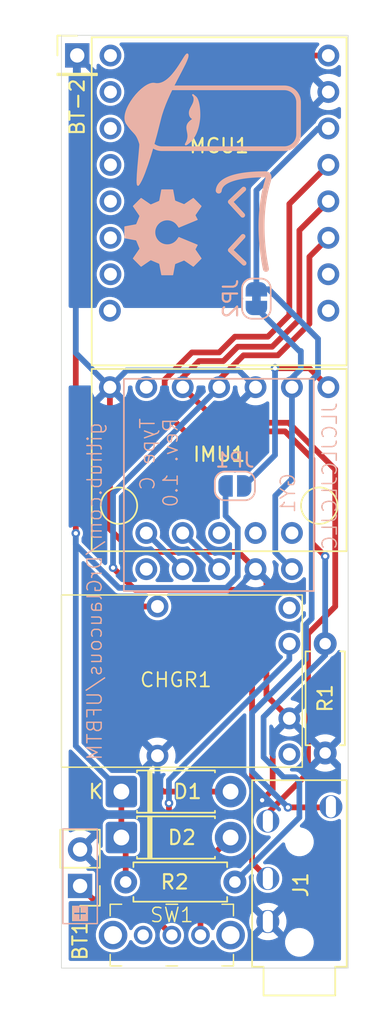
<source format=kicad_pcb>
(kicad_pcb (version 20241229) (generator "pcbnew") (generator_version "9.0")
  (layers (0 "F.Cu" signal) (2 "B.Cu" signal) (13 "F.Paste" user) (15 "B.Paste" user) (5 "F.SilkS" user "F.Silkscreen") (7 "B.SilkS" user "B.Silkscreen") (1 "F.Mask" user) (3 "B.Mask" user) (25 "Edge.Cuts" user))
  (net 0 "")
  (net 1 "SDA_1")
  (net 2 "ESP32_3V3")
  (net 3 "SCL_1")
  (net 4 "GND")
  (net 5 "+BATT")
  (net 6 "Net-(CHGR1-5_VIN)")
  (net 9 "ESP32_5V5")
  (net 10 "Net-(D2-A)")
  (net 11 "Net-(GY1-VIN)")
  (net 12 "Net-(GY1-SCL)")
  (net 13 "Net-(GY1-SDA)")
  (net 19 "Net-(IMU1-VIN)")
  (net 26 "BATTERY_READER")
  (footprint "Connector_PinHeader_2.54mm:PinHeader_1x01_P2.54mm_Vertical" (layer "F.Cu") (at 92.6 48.5)
    (property "Reference" "BT-2")
    (property "Value" "Battery anode")
  )
  (footprint "My_Library:SK12D07VG4" (layer "F.Cu") (at 99.2 109.8)
    (property "Reference" "SW1")
    (property "Value" "SW_SPDT")
  )
  (footprint "My_Library:GY-BMI160" (layer "F.Cu") (at 102.5 76.7 -90)
    (property "Reference" "IMU1")
    (property "Value" "~")
  )
  (footprint "My_Library:PJ-320A" (layer "F.Cu") (at 105.9 114.005 90)
    (property "Reference" "J1")
    (property "Value" "TRRS Connector 3.5")
  )
  (footprint "Diode_THT:D_DO-41_SOD81_P7.62mm_Horizontal" (layer "F.Cu") (at 95.68 103)
    (property "Reference" "D2")
    (property "Value" "D_1N5817")
  )
  (footprint "Resistor_THT:R_Axial_DIN0207_L6.3mm_D2.5mm_P7.62mm_Horizontal" (layer "F.Cu") (at 103.6 106.1 180)
    (property "Reference" "R2")
    (property "Value" "200K")
  )
  (footprint "My_Library:LX_LBES" (layer "F.Cu") (at 108.3 86.1)
    (property "Reference" "CHGR1" (hide yes))
    (property "Value" "~" (hide yes))
  )
  (footprint "Connector_PinHeader_2.54mm:PinHeader_1x02_P2.54mm_Vertical" (layer "F.Cu") (at 92.8 106.375 180)
    (property "Reference" "BT1")
    (property "Value" "Battery")
  )
  (footprint "Diode_THT:D_DO-41_SOD81_P7.62mm_Horizontal" (layer "F.Cu") (at 95.68 99.8)
    (property "Reference" "D1")
    (property "Value" "D_1N5817 / 4.8v Zener?")
  )
  (footprint "Resistor_THT:R_Axial_DIN0207_L6.3mm_D2.5mm_P7.62mm_Horizontal" (layer "F.Cu") (at 109.9 97.11 90)
    (property "Reference" "R1")
    (property "Value" "200K")
  )
  (footprint "Espressif:ESP32-C3-SuperMini_PLUS" (layer "F.Cu") (at 102.5 58.67)
    (property "Reference" "MCU1")
    (property "Value" "~")
  )
  (footprint "My_Library:GY-271" (layer "B.Cu") (at 102.5 79.3 90)
    (property "Reference" "GY1")
    (property "Value" "~")
  )
  (footprint "Jumper:SolderJumper-2_P1.3mm_Bridged_RoundedPad1.0x1.5mm" (layer "B.Cu") (at 105.1 65.45 -90)
    (property "Reference" "JP2")
    (property "Value" "3v3 in")
  )
  (footprint "Jumper:SolderJumper-2_P1.3mm_Open_RoundedPad1.0x1.5mm" (layer "B.Cu") (at 103.6 78.5 180)
    (property "Reference" "JP1")
    (property "Value" "5v in")
  )
  (gr_line (start 103.283592 58.703453) (end 104.217749 57.818462) (stroke (width 0.334821)) (layer "B.SilkS"))
  (gr_curve (pts (xy 105.692733 56.786046) (xy 105.422933 56.792044) (xy 102.59379 56.739117) (xy 102.47235 57.916867)) (stroke (width 0.417912)) (layer "B.SilkS"))
  (gr_poly (pts (xy 95.886472 60.4492) (xy 95.886599 60.447501) (xy 95.886807 60.44581) (xy 95.887095 60.44413) (xy 95.887461 60.442464) (xy 95.887903 60.440813) (xy 95.888418 60.43918) (xy 95.889004 60.437568) (xy 95.88966 60.435979) (xy 95.890383 60.434417) (xy 95.892023 60.43138) (xy 95.893906 60.428476) (xy 95.896017 60.425728) (xy 95.898339 60.423153) (xy 95.900854 60.420774) (xy 95.903547 60.41861) (xy 95.904955 60.417616) (xy 95.9064 60.416682) (xy 95.907882 60.415813) (xy 95.909398 60.41501) (xy 95.910945 60.414276) (xy 95.912522 60.413614) (xy 95.914127 60.413025) (xy 95.915758 60.412514) (xy 95.917411 60.412081) (xy 95.919087 60.411731) (xy 96.679193 60.270241) (xy 96.682563 60.269456) (xy 96.685946 60.268373) (xy 96.68932 60.267013) (xy 96.692662 60.265393) (xy 96.69595 60.263533) (xy 96.699162 60.261453) (xy 96.702275 60.259171) (xy 96.705268 60.256706) (xy 96.708117 60.254078) (xy 96.710801 60.251306) (xy 96.713298 60.248409) (xy 96.715584 60.245406) (xy 96.717639 60.242316) (xy 96.719439 60.239158) (xy 96.720962 60.235951) (xy 96.722186 60.232716) (xy 96.930713 59.723381) (xy 96.932114 59.720215) (xy 96.933283 59.716858) (xy 96.934223 59.713341) (xy 96.934936 59.709692) (xy 96.935424 59.70594) (xy 96.93569 59.702116) (xy 96.935736 59.698248) (xy 96.935563 59.694366) (xy 96.935174 59.690498) (xy 96.934572 59.686675) (xy 96.933758 59.682926) (xy 96.932734 59.679279) (xy 96.931504 59.675765) (xy 96.930068 59.672411) (xy 96.928429 59.669249) (xy 96.92659 59.666306) (xy 96.490814 59.031436) (xy 96.489881 59.030009) (xy 96.489021 59.028539) (xy 96.488233 59.02703) (xy 96.487517 59.025484) (xy 96.486873 59.023906) (xy 96.486301 59.022297) (xy 96.485368 59.019004) (xy 96.484718 59.015631) (xy 96.484348 59.012205) (xy 96.484255 59.00875) (xy 96.484438 59.005295) (xy 96.484893 59.001864) (xy 96.485619 58.998483) (xy 96.486614 58.99518) (xy 96.487875 58.991979) (xy 96.489399 58.988907) (xy 96.49026 58.987428) (xy 96.491185 58.985991) (xy 96.492175 58.984599) (xy 96.49323 58.983255) (xy 96.494349 58.981964) (xy 96.495532 58.980728) (xy 97.030333 58.446001) (xy 97.031576 58.444826) (xy 97.032874 58.443714) (xy 97.034223 58.442666) (xy 97.035621 58.441682) (xy 97.037063 58.440763) (xy 97.038548 58.439909) (xy 97.04007 58.43912) (xy 97.041628 58.438397) (xy 97.043218 58.437739) (xy 97.044836 58.437147) (xy 97.048146 58.436162) (xy 97.051531 58.435443) (xy 97.054966 58.434992) (xy 97.058425 58.434812) (xy 97.061882 58.434905) (xy 97.06531 58.435271) (xy 97.068684 58.435914) (xy 97.070343 58.43634) (xy 97.071978 58.436836) (xy 97.073586 58.437402) (xy 97.075165 58.438038) (xy 97.076711 58.438745) (xy 97.07822 58.439522) (xy 97.07969 58.440371) (xy 97.081117 58.441291) (xy 97.705275 58.869349) (xy 97.708228 58.871198) (xy 97.711395 58.872837) (xy 97.714747 58.874266) (xy 97.718256 58.875483) (xy 97.721892 58.876486) (xy 97.725627 58.877274) (xy 97.729432 58.877845) (xy 97.733279 58.878197) (xy 97.73714 58.878329) (xy 97.740984 58.878239) (xy 97.744785 58.877925) (xy 97.748513 58.877386) (xy 97.75214 58.876619) (xy 97.755637 58.875625) (xy 97.758974 58.8744) (xy 97.762125 58.872943) (xy 98.287638 58.647711) (xy 98.289251 58.647103) (xy 98.29086 58.646418) (xy 98.294055 58.644831) (xy 98.297202 58.642973) (xy 98.300282 58.640865) (xy 98.303276 58.638531) (xy 98.306165 58.635992) (xy 98.30893 58.63327) (xy 98.31155 58.630387) (xy 98.314007 58.627366) (xy 98.316282 58.624228) (xy 98.318354 58.620996) (xy 98.320206 58.617691) (xy 98.321817 58.614336) (xy 98.323168 58.610954) (xy 98.32374 58.609259) (xy 98.32424 58.607565) (xy 98.324666 58.605876) (xy 98.325014 58.604193) (xy 98.46171 57.869479) (xy 98.461636 57.869556) (xy 98.461994 57.867887) (xy 98.462433 57.86624) (xy 98.46295 57.864615) (xy 98.463543 57.863016) (xy 98.464209 57.861444) (xy 98.464947 57.859901) (xy 98.465753 57.858391) (xy 98.466625 57.856913) (xy 98.46756 57.855472) (xy 98.468557 57.854068) (xy 98.469612 57.852704) (xy 98.470724 57.851383) (xy 98.471889 57.850106) (xy 98.473106 57.848875) (xy 98.474371 57.847692) (xy 98.475683 57.84656) (xy 98.477038 57.845481) (xy 98.478435 57.844456) (xy 98.479871 57.843489) (xy 98.481343 57.84258) (xy 98.48285 57.841733) (xy 98.484388 57.840948) (xy 98.485955 57.840229) (xy 98.487548 57.839578) (xy 98.489166 57.838996) (xy 98.490805 57.838486) (xy 98.492464 57.838049) (xy 98.49414 57.837689) (xy 98.495829 57.837406) (xy 98.497531 57.837204) (xy 98.499242 57.837083) (xy 98.500959 57.837048) (xy 99.25732 57.837123) (xy 99.259025 57.837166) (xy 99.260725 57.837293) (xy 99.262417 57.837501) (xy 99.2641 57.837789) (xy 99.26577 57.838155) (xy 99.267425 57.838596) (xy 99.269062 57.839111) (xy 99.270678 57.839697) (xy 99.27384 57.841075) (xy 99.276888 57.842713) (xy 99.279802 57.844594) (xy 99.282562 57.846702) (xy 99.285146 57.849019) (xy 99.287534 57.85153) (xy 99.289704 57.854217) (xy 99.290701 57.855621) (xy 99.291636 57.857063) (xy 99.292507 57.85854) (xy 99.29331 57.860052) (xy 99.294043 57.861594) (xy 99.294703 57.863166) (xy 99.295289 57.864765) (xy 99.295796 57.866389) (xy 99.296223 57.868037) (xy 99.296568 57.869705) (xy 99.429969 58.586368) (xy 99.430318 58.588056) (xy 99.430744 58.589748) (xy 99.431821 58.59313) (xy 99.433181 58.596495) (xy 99.434803 58.59982) (xy 99.436668 58.603085) (xy 99.438756 58.606268) (xy 99.441049 58.609347) (xy 99.443526 58.612303) (xy 99.446169 58.615112) (xy 99.448956 58.617755) (xy 99.45187 58.62021) (xy 99.45489 58.622454) (xy 99.457997 58.624468) (xy 99.461172 58.62623) (xy 99.464394 58.627719) (xy 99.467644 58.628913) (xy 100.026714 58.852645) (xy 100.029892 58.854019) (xy 100.033258 58.855165) (xy 100.036782 58.856085) (xy 100.040434 58.856782) (xy 100.044187 58.857256) (xy 100.048011 58.857511) (xy 100.051878 58.857548) (xy 100.055757 58.857371) (xy 100.05962 58.856979) (xy 100.063439 58.856377) (xy 100.067184 58.855566) (xy 100.070827 58.854547) (xy 100.074337 58.853324) (xy 100.077687 58.851899) (xy 100.080847 58.850272) (xy 100.083789 58.848447) (xy 100.677088 58.441353) (xy 100.678522 58.44042) (xy 100.679998 58.43956) (xy 100.681513 58.438772) (xy 100.683064 58.438056) (xy 100.684648 58.437412) (xy 100.686262 58.43684) (xy 100.689564 58.435907) (xy 100.692945 58.435257) (xy 100.696379 58.434887) (xy 100.699841 58.434794) (xy 100.703304 58.434976) (xy 100.706742 58.435432) (xy 100.71013 58.436158) (xy 100.713441 58.437152) (xy 100.71665 58.438412) (xy 100.719731 58.439935) (xy 100.721216 58.440795) (xy 100.722658 58.44172) (xy 100.724056 58.44271) (xy 100.725405 58.443764) (xy 100.726703 58.444882) (xy 100.727947 58.446064) (xy 101.262747 58.980872) (xy 101.263916 58.982101) (xy 101.265022 58.983387) (xy 101.266065 58.984724) (xy 101.267045 58.986111) (xy 101.26796 58.987543) (xy 101.268811 58.989017) (xy 101.269598 58.990531) (xy 101.27032 58.992081) (xy 101.270977 58.993664) (xy 101.271569 58.995276) (xy 101.272555 58.998575) (xy 101.273276 59.001953) (xy 101.27373 59.005383) (xy 101.273914 59.00884) (xy 101.273827 59.012297) (xy 101.273465 59.015728) (xy 101.272827 59.019106) (xy 101.272404 59.020768) (xy 101.271911 59.022407) (xy 101.271347 59.02402) (xy 101.270713 59.025604) (xy 101.270008 59.027155) (xy 101.269232 59.02867) (xy 101.268385 59.030146) (xy 101.267466 59.031579) (xy 100.867415 59.614321) (xy 100.86559 59.617244) (xy 100.863989 59.620378) (xy 100.862614 59.623693) (xy 100.861466 59.62716) (xy 100.860545 59.630751) (xy 100.859851 59.634437) (xy 100.859384 59.638189) (xy 100.859147 59.641979) (xy 100.859138 59.645778) (xy 100.859359 59.649556) (xy 100.85981 59.653286) (xy 100.860492 59.656938) (xy 100.861405 59.660484) (xy 100.862549 59.663895) (xy 100.863926 59.667143) (xy 100.865536 59.670198) (xy 101.002756 59.927187) (xy 101.003484 59.928725) (xy 101.004125 59.930276) (xy 101.004678 59.931837) (xy 101.005147 59.933405) (xy 101.00553 59.934978) (xy 101.005829 59.936552) (xy 101.006046 59.938126) (xy 101.00618 59.939697) (xy 101.006233 59.941262) (xy 101.006206 59.942818) (xy 101.006101 59.944362) (xy 101.005916 59.945893) (xy 101.005655 59.947407) (xy 101.005317 59.948901) (xy 101.004904 59.950373) (xy 101.004416 59.951821) (xy 101.003855 59.953241) (xy 101.003221 59.954631) (xy 101.002515 59.955988) (xy 101.001739 59.95731) (xy 101.000893 59.958593) (xy 100.999978 59.959836) (xy 100.998995 59.961035) (xy 100.997945 59.962189) (xy 100.996829 59.963293) (xy 100.995649 59.964346) (xy 100.994404 59.965344) (xy 100.993095 59.966286) (xy 100.991725 59.967169) (xy 100.990293 59.967989) (xy 100.988801 59.968744) (xy 100.987249 59.969432) (xy 99.706503 60.499288) (xy 99.70491 60.499901) (xy 99.703292 60.500433) (xy 99.701654 60.500884) (xy 99.699997 60.501257) (xy 99.698326 60.501551) (xy 99.696642 60.501768) (xy 99.693252 60.501976) (xy 99.68985 60.501887) (xy 99.68646 60.501511) (xy 99.683109 60.500855) (xy 99.679819 60.499927) (xy 99.676614 60.498737) (xy 99.673521 60.49729) (xy 99.670562 60.495597) (xy 99.667762 60.493665) (xy 99.665146 60.491502) (xy 99.663914 60.490337) (xy 99.662737 60.489117) (xy 99.661618 60.487843) (xy 99.660561 60.486517) (xy 99.659567 60.485139) (xy 99.658641 60.48371) (xy 99.619243 60.41937) (xy 99.616284 60.414744) (xy 99.612908 60.409803) (xy 99.609191 60.404642) (xy 99.605206 60.399352) (xy 99.601029 60.394027) (xy 99.596733 60.38876) (xy 99.592393 60.383645) (xy 99.588085 60.378773) (xy 99.558935 60.336198) (xy 99.527287 60.295565) (xy 99.49325 60.256986) (xy 99.456935 60.22057) (xy 99.418451 60.18643) (xy 99.377908 60.154676) (xy 99.335418 60.125419) (xy 99.291089 60.09877) (xy 99.245031 60.074841) (xy 99.221389 60.063931) (xy 99.197356 60.053742) (xy 99.172945 60.044288) (xy 99.148172 60.035584) (xy 99.123049 60.027643) (xy 99.09759 60.020479) (xy 99.071809 60.014106) (xy 99.04572 60.008537) (xy 99.019336 60.003787) (xy 98.992672 59.99987) (xy 98.96574 59.996799) (xy 98.938555 59.994588) (xy 98.911131 59.993251) (xy 98.883481 59.992803) (xy 98.840434 59.993891) (xy 98.797952 59.99712) (xy 98.756088 60.002439) (xy 98.714894 60.009794) (xy 98.674423 60.019132) (xy 98.634728 60.030402) (xy 98.59586 60.04355) (xy 98.557873 60.058524) (xy 98.520819 60.075272) (xy 98.48475 60.093741) (xy 98.44972 60.113878) (xy 98.41578 60.135631) (xy 98.382984 60.158948) (xy 98.351383 60.183775) (xy 98.321031 60.21006) (xy 98.29198 60.237751) (xy 98.264282 60.266795) (xy 98.237991 60.297139) (xy 98.213158 60.328732) (xy 98.189836 60.36152) (xy 98.168078 60.39545) (xy 98.147936 60.430471) (xy 98.129463 60.46653) (xy 98.112711 60.503574) (xy 98.097734 60.54155) (xy 98.084583 60.580407) (xy 98.07331 60.620091) (xy 98.06397 60.66055) (xy 98.056614 60.701731) (xy 98.051294 60.743582) (xy 98.048064 60.786051) (xy 98.046975 60.829084) (xy 98.048064 60.872117) (xy 98.051294 60.914586) (xy 98.056614 60.956437) (xy 98.06397 60.997618) (xy 98.07331 61.038077) (xy 98.084583 61.077761) (xy 98.097734 61.116618) (xy 98.112711 61.154594) (xy 98.129463 61.191638) (xy 98.147936 61.227696) (xy 98.168078 61.262717) (xy 98.189836 61.296648) (xy 98.213158 61.329436) (xy 98.237991 61.361028) (xy 98.264282 61.391373) (xy 98.29198 61.420417) (xy 98.321031 61.448107) (xy 98.351383 61.474393) (xy 98.382984 61.49922) (xy 98.41578 61.522536) (xy 98.44972 61.544289) (xy 98.48475 61.564426) (xy 98.520819 61.582895) (xy 98.557873 61.599643) (xy 98.59586 61.614617) (xy 98.634728 61.627766) (xy 98.674423 61.639035) (xy 98.714894 61.648374) (xy 98.756088 61.655729) (xy 98.797952 61.661047) (xy 98.840434 61.664277) (xy 98.883481 61.665365) (xy 98.938555 61.66358) (xy 98.992672 61.658298) (xy 99.04572 61.64963) (xy 99.09759 61.637689) (xy 99.148172 61.622583) (xy 99.197356 61.604426) (xy 99.245031 61.583327) (xy 99.291089 61.559397) (xy 99.335418 61.532748) (xy 99.377908 61.503491) (xy 99.418451 61.471737) (xy 99.456935 61.437597) (xy 99.49325 61.401182) (xy 99.527287 61.362602) (xy 99.558935 61.321969) (xy 99.588085 61.279395) (xy 99.592416 61.274501) (xy 99.596766 61.269374) (xy 99.601064 61.264103) (xy 99.605237 61.258778) (xy 99.609214 61.253488) (xy 99.612922 61.248322) (xy 99.616288 61.243371) (xy 99.619243 61.238723) (xy 99.658641 61.174382) (xy 99.659567 61.172947) (xy 99.660561 61.171563) (xy 99.661619 61.170232) (xy 99.662738 61.168954) (xy 99.663915 61.167731) (xy 99.665147 61.166563) (xy 99.666431 61.165451) (xy 99.667764 61.164396) (xy 99.669142 61.1634) (xy 99.670564 61.162462) (xy 99.672025 61.161586) (xy 99.673523 61.16077) (xy 99.675054 61.160016) (xy 99.676616 61.159326) (xy 99.678206 61.158699) (xy 99.67982 61.158138) (xy 99.681456 61.157643) (xy 99.68311 61.157215) (xy 99.68478 61.156854) (xy 99.686462 61.156563) (xy 99.688153 61.156342) (xy 99.689851 61.156191) (xy 99.691552 61.156113) (xy 99.693253 61.156107) (xy 99.694951 61.156176) (xy 99.696643 61.156319) (xy 99.698326 61.156538) (xy 99.699998 61.156834) (xy 99.701654 61.157207) (xy 99.703292 61.157659) (xy 99.704909 61.158191) (xy 99.706502 61.158804) (xy 100.987177 61.688735) (xy 100.988728 61.689423) (xy 100.990221 61.690179) (xy 100.991654 61.691001) (xy 100.993027 61.691885) (xy 100.994337 61.692828) (xy 100.995586 61.693829) (xy 100.99677 61.694884) (xy 100.99789 61.695991) (xy 100.998944 61.697146) (xy 100.999932 61.698348) (xy 101.000851 61.699593) (xy 101.001702 61.700879) (xy 101.002483 61.702203) (xy 101.003193 61.703562) (xy 101.003831 61.704954) (xy 101.004396 61.706376) (xy 101.004888 61.707825) (xy 101.005304 61.709299) (xy 101.005644 61.710794) (xy 101.005908 61.712309) (xy 101.006093 61.713839) (xy 101.006199 61.715384) (xy 101.006225 61.716939) (xy 101.00617 61.718502) (xy 101.006032 61.720071) (xy 101.005812 61.721643) (xy 101.005507 61.723215) (xy 101.005117 61.724784) (xy 101.004641 61.726348) (xy 101.004077 61.727904) (xy 101.003425 61.729449) (xy 101.002683 61.73098) (xy 100.865466 61.987969) (xy 100.863869 61.991011) (xy 100.862503 61.994247) (xy 100.861368 61.997649) (xy 100.860463 62.001187) (xy 100.859788 62.004833) (xy 100.859343 62.008559) (xy 100.859127 62.012335) (xy 100.85914 62.016132) (xy 100.859381 62.019923) (xy 100.85985 62.023678) (xy 100.860547 62.027368) (xy 100.861471 62.030965) (xy 100.862621 62.03444) (xy 100.863998 62.037764) (xy 100.865601 62.040909) (xy 100.867429 62.043846) (xy 101.267474 62.626584) (xy 101.2684 62.628018) (xy 101.269254 62.629494) (xy 101.270036 62.631009) (xy 101.270746 62.63256) (xy 101.271385 62.634144) (xy 101.271954 62.635757) (xy 101.272879 62.639059) (xy 101.273523 62.642439) (xy 101.273889 62.645871) (xy 101.27398 62.649331) (xy 101.273797 62.65279) (xy 101.273342 62.656224) (xy 101.272619 62.659607) (xy 101.271628 62.662913) (xy 101.270374 62.666114) (xy 101.268857 62.669187) (xy 101.268 62.670666) (xy 101.26708 62.672104) (xy 101.266094 62.673496) (xy 101.265045 62.674839) (xy 101.263932 62.676131) (xy 101.262755 62.677367) (xy 100.727947 63.212168) (xy 100.726703 63.213344) (xy 100.725405 63.214457) (xy 100.724056 63.215506) (xy 100.722658 63.21649) (xy 100.721216 63.217411) (xy 100.719731 63.218267) (xy 100.718209 63.219058) (xy 100.71665 63.219783) (xy 100.71506 63.220443) (xy 100.713441 63.221038) (xy 100.71013 63.222028) (xy 100.706742 63.222752) (xy 100.703304 63.223207) (xy 100.699841 63.22339) (xy 100.696379 63.2233) (xy 100.692945 63.222934) (xy 100.691246 63.222647) (xy 100.689564 63.22229) (xy 100.687901 63.221863) (xy 100.686261 63.221366) (xy 100.684648 63.220798) (xy 100.683064 63.220159) (xy 100.681513 63.219448) (xy 100.679998 63.218666) (xy 100.678521 63.217813) (xy 100.677088 63.216887) (xy 100.083714 62.809794) (xy 100.080785 62.807955) (xy 100.077633 62.806317) (xy 100.074289 62.804882) (xy 100.070782 62.803651) (xy 100.067142 62.802627) (xy 100.063396 62.801811) (xy 100.059576 62.801207) (xy 100.05571 62.800815) (xy 100.051826 62.800638) (xy 100.047956 62.800679) (xy 100.044128 62.800938) (xy 100.04037 62.801419) (xy 100.036714 62.802123) (xy 100.033187 62.803053) (xy 100.029819 62.80421) (xy 100.026639 62.805596) (xy 99.46757 63.029332) (xy 99.465942 63.029884) (xy 99.464318 63.030515) (xy 99.462701 63.03122) (xy 99.461094 63.031997) (xy 99.457916 63.033756) (xy 99.454805 63.035771) (xy 99.45178 63.038019) (xy 99.448862 63.040478) (xy 99.446069 63.043127) (xy 99.443423 63.045943) (xy 99.440943 63.048905) (xy 99.438648 63.051991) (xy 99.43656 63.055179) (xy 99.434696 63.058446) (xy 99.433078 63.061772) (xy 99.431725 63.065133) (xy 99.431155 63.066821) (xy 99.430658 63.068509) (xy 99.430237 63.070195) (xy 99.429895 63.071877) (xy 99.296494 63.788539) (xy 99.296143 63.790207) (xy 99.295711 63.791855) (xy 99.295199 63.793479) (xy 99.294611 63.795079) (xy 99.293948 63.796651) (xy 99.293214 63.798193) (xy 99.292411 63.799704) (xy 99.291541 63.801182) (xy 99.290607 63.802624) (xy 99.289611 63.804028) (xy 99.288557 63.805393) (xy 99.287446 63.806715) (xy 99.286281 63.807993) (xy 99.285064 63.809225) (xy 99.283799 63.810409) (xy 99.282487 63.811543) (xy 99.281131 63.812624) (xy 99.279734 63.813651) (xy 99.278298 63.814621) (xy 99.276826 63.815532) (xy 99.27532 63.816382) (xy 99.273783 63.81717) (xy 99.272217 63.817892) (xy 99.270625 63.818548) (xy 99.269009 63.819134) (xy 99.267371 63.819648) (xy 99.265716 63.82009) (xy 99.264044 63.820455) (xy 99.262358 63.820744) (xy 99.260662 63.820952) (xy 99.258956 63.821078) (xy 99.257245 63.821121) (xy 98.500885 63.821121) (xy 98.49918 63.821079) (xy 98.497482 63.820953) (xy 98.495791 63.820745) (xy 98.494111 63.820458) (xy 98.492444 63.820094) (xy 98.490793 63.819655) (xy 98.48916 63.819142) (xy 98.487548 63.818558) (xy 98.485959 63.817905) (xy 98.484395 63.817185) (xy 98.481356 63.815552) (xy 98.478451 63.813675) (xy 98.475699 63.811571) (xy 98.473121 63.809257) (xy 98.470737 63.806748) (xy 98.468567 63.804061) (xy 98.467568 63.802657) (xy 98.466631 63.801214) (xy 98.465758 63.799734) (xy 98.46495 63.798221) (xy 98.464212 63.796676) (xy 98.463544 63.7951) (xy 98.46295 63.793497) (xy 98.462433 63.791867) (xy 98.461994 63.790214) (xy 98.461637 63.788539) (xy 98.32494 63.053825) (xy 98.324153 63.05044) (xy 98.323071 63.047043) (xy 98.321712 63.043654) (xy 98.320097 63.040296) (xy 98.318244 63.03699) (xy 98.316172 63.033759) (xy 98.313899 63.030625) (xy 98.311445 63.027609) (xy 98.308829 63.024734) (xy 98.30607 63.022021) (xy 98.303186 63.019492) (xy 98.300197 63.01717) (xy 98.297121 63.015076) (xy 98.293977 63.013232) (xy 98.290785 63.01166) (xy 98.287564 63.010382) (xy 97.762051 62.785151) (xy 97.7589 62.783696) (xy 97.755562 62.782473) (xy 97.752066 62.781482) (xy 97.748439 62.78072) (xy 97.744711 62.780185) (xy 97.74091 62.779874) (xy 97.737065 62.779786) (xy 97.733204 62.779919) (xy 97.729357 62.780271) (xy 97.725552 62.780839) (xy 97.721817 62.781621) (xy 97.718181 62.782616) (xy 97.714673 62.783821) (xy 97.711321 62.785235) (xy 97.708155 62.786854) (xy 97.705201 62.788678) (xy 97.081117 63.216811) (xy 97.07969 63.217744) (xy 97.07822 63.218603) (xy 97.076711 63.21939) (xy 97.075165 63.220105) (xy 97.073587 63.220747) (xy 97.071978 63.221318) (xy 97.068684 63.222246) (xy 97.06531 63.222892) (xy 97.061882 63.223257) (xy 97.058426 63.223346) (xy 97.054967 63.223159) (xy 97.051532 63.2227) (xy 97.048146 63.221972) (xy 97.044836 63.220977) (xy 97.041628 63.219718) (xy 97.038548 63.218197) (xy 97.037064 63.21734) (xy 97.035621 63.216418) (xy 97.034224 63.215432) (xy 97.032875 63.214382) (xy 97.031577 63.213269) (xy 97.030333 63.212092) (xy 96.495533 62.677367) (xy 96.494357 62.676131) (xy 96.493244 62.674839) (xy 96.492195 62.673496) (xy 96.49121 62.672104) (xy 96.49029 62.670667) (xy 96.489434 62.669187) (xy 96.488643 62.667669) (xy 96.487917 62.666115) (xy 96.487257 62.664528) (xy 96.486663 62.662913) (xy 96.485672 62.659608) (xy 96.484949 62.656225) (xy 96.484494 62.65279) (xy 96.484311 62.649331) (xy 96.484401 62.645872) (xy 96.484767 62.642439) (xy 96.485054 62.640741) (xy 96.485411 62.639059) (xy 96.485838 62.637397) (xy 96.486335 62.635757) (xy 96.486903 62.634144) (xy 96.487542 62.63256) (xy 96.488253 62.631009) (xy 96.489035 62.629494) (xy 96.489888 62.628018) (xy 96.490814 62.626584) (xy 96.926594 61.991714) (xy 96.928432 61.988784) (xy 96.930067 61.985633) (xy 96.931499 61.98229) (xy 96.932725 61.978783) (xy 96.933744 61.975142) (xy 96.934553 61.971397) (xy 96.935151 61.967576) (xy 96.935536 61.96371) (xy 96.935706 61.959827) (xy 96.935658 61.955957) (xy 96.935392 61.952128) (xy 96.934906 61.948371) (xy 96.934197 61.944714) (xy 96.933264 61.941187) (xy 96.932104 61.937819) (xy 96.930717 61.934639) (xy 96.722189 61.425229) (xy 96.721616 61.423609) (xy 96.720965 61.421994) (xy 96.72024 61.420386) (xy 96.719442 61.418788) (xy 96.717643 61.41563) (xy 96.715589 61.41254) (xy 96.713302 61.409538) (xy 96.710806 61.406641) (xy 96.708121 61.403869) (xy 96.705272 61.401242) (xy 96.702279 61.398778) (xy 96.699166 61.396496) (xy 96.695953 61.394416) (xy 96.692665 61.392556) (xy 96.689323 61.390936) (xy 96.685949 61.389574) (xy 96.682565 61.388491) (xy 96.680877 61.388059) (xy 96.679195 61.387704) (xy 95.919012 61.246289) (xy 95.917343 61.245938) (xy 95.915696 61.245506) (xy 95.914071 61.244994) (xy 95.912472 61.244406) (xy 95.9109 61.243744) (xy 95.909358 61.24301) (xy 95.907846 61.242207) (xy 95.906369 61.241337) (xy 95.904927 61.240404) (xy 95.903523 61.239409) (xy 95.902158 61.238355) (xy 95.900836 61.237245) (xy 95.899557 61.236081) (xy 95.898325 61.234866) (xy 95.897141 61.233602) (xy 95.896008 61.232292) (xy 95.894926 61.230938) (xy 95.8939 61.229543) (xy 95.89293 61.22811) (xy 95.892019 61.22664) (xy 95.891168 61.225137) (xy 95.890381 61.223603) (xy 95.889658 61.22204) (xy 95.889003 61.220452) (xy 95.888417 61.21884) (xy 95.887902 61.217207) (xy 95.887461 61.215556) (xy 95.887095 61.213889) (xy 95.886807 61.212209) (xy 95.886599 61.210519) (xy 95.886472 61.20882) (xy 95.88643 61.207116) (xy 95.88643 60.450904)) (fill yes) (layer "B.SilkS"))
  (gr_line (start 104.242331 62.980982) (end 103.283592 62.071408) (stroke (width 0.334821)) (layer "B.SilkS"))
  (gr_rect (start 91.6 102.4) (end 94 109) (stroke (width 0.1)) (fill no) (layer "B.SilkS"))
  (gr_poly (pts (xy 95.955368 52.78057) (xy 95.967534 52.671188) (xy 95.9895 52.5582) (xy 96.020679 52.442259) (xy 96.060483 52.32402) (xy 96.108326 52.204135) (xy 96.163618 52.083258) (xy 96.225773 51.962041) (xy 96.36832 51.721206) (xy 96.531267 51.486857) (xy 96.709913 51.264221) (xy 96.899557 51.058524) (xy 97.095499 50.874994) (xy 97.293038 50.718859) (xy 97.390937 50.652698) (xy 97.487474 50.595346) (xy 97.582059 50.547455) (xy 97.674105 50.509681) (xy 97.763026 50.482675) (xy 97.848232 50.467092) (xy 97.929138 50.463584) (xy 98.005154 50.472806) (xy 98.121198 50.489441) (xy 98.235523 50.489751) (xy 98.348018 50.474857) (xy 98.458569 50.445882) (xy 98.567065 50.403946) (xy 98.673392 50.35017) (xy 98.777439 50.285675) (xy 98.879093 50.211583) (xy 98.978241 50.129014) (xy 99.074771 50.039091) (xy 99.168571 49.942933) (xy 99.259527 49.841663) (xy 99.43246 49.62827) (xy 99.592671 49.40788) (xy 99.73926 49.189464) (xy 99.871326 48.98199) (xy 100.088291 48.635747) (xy 100.17139 48.514917) (xy 100.236368 48.440908) (xy 100.261779 48.424264) (xy 100.282323 48.422689) (xy 100.297886 48.437304) (xy 100.308356 48.46923) (xy 100.308355 48.46923) (xy 100.311509 48.515166) (xy 100.305534 48.570826) (xy 100.290934 48.635852) (xy 100.26821 48.709886) (xy 100.200406 48.883546) (xy 100.106145 49.08894) (xy 99.854343 49.583473) (xy 99.544988 50.170569) (xy 99.210263 50.827311) (xy 99.043445 51.174638) (xy 98.882353 51.530782) (xy 98.731011 51.892879) (xy 98.593441 52.258065) (xy 98.473667 52.623475) (xy 98.42171 52.805369) (xy 98.375711 52.986244) (xy 98.107401 54.036378) (xy 97.922284 54.70412) (xy 97.715983 55.401746) (xy 97.498092 56.080331) (xy 97.278203 56.69095) (xy 97.170507 56.955482) (xy 97.06591 57.184676) (xy 96.96561 57.372416) (xy 96.870806 57.512586) (xy 96.85091 57.530144) (xy 96.834416 57.529528) (xy 96.821138 57.51187) (xy 96.810885 57.478303) (xy 96.798704 57.36797) (xy 96.796365 57.207589) (xy 96.81518 56.772927) (xy 96.855266 56.246799) (xy 96.950985 55.210069) (xy 96.982488 54.844432) (xy 96.988872 54.731506) (xy 96.987 54.677256) (xy 96.940359 54.529009) (xy 96.894911 54.401722) (xy 96.850081 54.292591) (xy 96.805295 54.198812) (xy 96.759977 54.117583) (xy 96.713555 54.046099) (xy 96.665452 53.981558) (xy 96.615094 53.921156) (xy 96.379624 53.664867) (xy 96.309374 53.583107) (xy 96.233422 53.488667) (xy 96.151193 53.378741) (xy 96.062112 53.250526) (xy 96.016462 53.168974) (xy 95.98355 53.080549) (xy 95.962789 52.985904) (xy 95.953591 52.885694)) (stroke (width 0.114152)) (fill yes) (layer "B.SilkS"))
  (gr_poly (pts (xy 97.501301 51.709204) (xy 97.505161 51.658437) (xy 97.511518 51.608407) (xy 97.52031 51.559179) (xy 97.531472 51.510814) (xy 97.544943 51.463376) (xy 97.56066 51.416927) (xy 97.578559 51.371531) (xy 97.598578 51.327249) (xy 97.620655 51.284146) (xy 97.644725 51.242283) (xy 97.670728 51.201723) (xy 97.698599 51.16253) (xy 97.728276 51.124765) (xy 97.759696 51.088493) (xy 97.792796 51.053775) (xy 97.827514 51.020674) (xy 97.863787 50.989254) (xy 97.901551 50.959577) (xy 97.940744 50.931706) (xy 97.981304 50.905704) (xy 98.023167 50.881633) (xy 98.066271 50.859557) (xy 98.110552 50.839538) (xy 98.155949 50.821638) (xy 98.202398 50.805922) (xy 98.249836 50.792451) (xy 98.2982 50.781288) (xy 98.347429 50.772497) (xy 98.397458 50.76614) (xy 98.448226 50.762279) (xy 98.499668 50.760979) (xy 107.04406 50.760979) (xy 107.095502 50.762279) (xy 107.14627 50.76614) (xy 107.196299 50.772497) (xy 107.245528 50.781288) (xy 107.293892 50.792451) (xy 107.34133 50.805922) (xy 107.387779 50.821638) (xy 107.433176 50.839538) (xy 107.477457 50.859557) (xy 107.520561 50.881633) (xy 107.562424 50.905704) (xy 107.602984 50.931706) (xy 107.642177 50.959577) (xy 107.679942 50.989254) (xy 107.716214 51.020674) (xy 107.750932 51.053775) (xy 107.784032 51.088493) (xy 107.815453 51.124765) (xy 107.84513 51.16253) (xy 107.873001 51.201723) (xy 107.899003 51.242283) (xy 107.923074 51.284146) (xy 107.94515 51.327249) (xy 107.96517 51.371531) (xy 107.983069 51.416927) (xy 107.998785 51.463376) (xy 108.012256 51.510814) (xy 108.023419 51.559179) (xy 108.03221 51.608407) (xy 108.038567 51.658437) (xy 108.042428 51.709204) (xy 108.043729 51.760647) (xy 108.043729 54) (xy 108.042428 54.051443) (xy 108.038567 54.10221) (xy 108.03221 54.152239) (xy 108.023419 54.201468) (xy 108.012256 54.249832) (xy 107.998785 54.29727) (xy 107.983069 54.343719) (xy 107.96517 54.389116) (xy 107.94515 54.433397) (xy 107.923074 54.476501) (xy 107.899003 54.518364) (xy 107.873001 54.558923) (xy 107.84513 54.598117) (xy 107.815453 54.635881) (xy 107.784032 54.672154) (xy 107.750932 54.706871) (xy 107.716214 54.739972) (xy 107.679942 54.771392) (xy 107.642177 54.801069) (xy 107.602984 54.82894) (xy 107.562424 54.854942) (xy 107.520561 54.879013) (xy 107.477457 54.901089) (xy 107.433176 54.921108) (xy 107.387779 54.939008) (xy 107.34133 54.954724) (xy 107.293892 54.968195) (xy 107.245528 54.979357) (xy 107.196299 54.988149) (xy 107.14627 54.994506) (xy 107.095502 54.998366) (xy 107.04406 54.999667) (xy 98.499668 54.999667) (xy 98.448226 54.998366) (xy 98.397458 54.994506) (xy 98.347429 54.988149) (xy 98.2982 54.979357) (xy 98.249836 54.968195) (xy 98.202398 54.954724) (xy 98.155949 54.939008) (xy 98.110552 54.921108) (xy 98.066271 54.901089) (xy 98.023167 54.879013) (xy 97.981304 54.854942) (xy 97.940744 54.82894) (xy 97.901551 54.801069) (xy 97.863787 54.771392) (xy 97.827514 54.739972) (xy 97.792796 54.706871) (xy 97.759696 54.672154) (xy 97.728276 54.635881) (xy 97.698599 54.598117) (xy 97.670728 54.558923) (xy 97.644725 54.518364) (xy 97.620655 54.476501) (xy 97.598578 54.433397) (xy 97.578559 54.389116) (xy 97.56066 54.343719) (xy 97.544943 54.29727) (xy 97.531472 54.249832) (xy 97.52031 54.201468) (xy 97.511518 54.152239) (xy 97.505161 54.10221) (xy 97.501301 54.051443) (xy 97.5 54) (xy 97.5 51.760647)) (stroke (width 0.325133)) (fill no) (layer "B.SilkS"))
  (gr_poly (pts (xy 100.166493 54.700034) (xy 100.167603 54.69462) (xy 100.169387 54.688505) (xy 100.174866 54.674276) (xy 100.1827 54.657558) (xy 100.192659 54.638562) (xy 100.204515 54.6175) (xy 100.241748 54.548315) (xy 100.272466 54.481382) (xy 100.29716 54.416599) (xy 100.316323 54.353865) (xy 100.330447 54.293074) (xy 100.340024 54.234126) (xy 100.345546 54.176917) (xy 100.347504 54.121345) (xy 100.34639 54.067306) (xy 100.342697 54.014698) (xy 100.329541 53.913365) (xy 100.293921 53.723347) (xy 100.279329 53.633019) (xy 100.274559 53.588666) (xy 100.272129 53.544716) (xy 100.272531 53.501067) (xy 100.276257 53.457615) (xy 100.283799 53.414259) (xy 100.295649 53.370894) (xy 100.312299 53.32742) (xy 100.334241 53.283732) (xy 100.361966 53.239728) (xy 100.395968 53.195306) (xy 100.436736 53.150362) (xy 100.484765 53.104794) (xy 100.540545 53.058498) (xy 100.604569 53.011373) (xy 100.621311 52.999325) (xy 100.635583 52.988218) (xy 100.647498 52.977968) (xy 100.657168 52.968492) (xy 100.664705 52.959707) (xy 100.670221 52.951532) (xy 100.67383 52.943881) (xy 100.675643 52.936673) (xy 100.675772 52.929824) (xy 100.67433 52.923251) (xy 100.671429 52.916872) (xy 100.667182 52.910604) (xy 100.6617 52.904362) (xy 100.655096 52.898065) (xy 100.638972 52.884972) (xy 100.598202 52.854465) (xy 100.575353 52.835723) (xy 100.563705 52.825189) (xy 100.552059 52.81377) (xy 100.540526 52.801382) (xy 100.529218 52.787942) (xy 100.518249 52.773367) (xy 100.50773 52.757575) (xy 100.497773 52.740482) (xy 100.488492 52.722004) (xy 100.479997 52.702061) (xy 100.472402 52.680567) (xy 100.460229 52.636742) (xy 100.451878 52.594086) (xy 100.447104 52.552511) (xy 100.445663 52.511928) (xy 100.447307 52.47225) (xy 100.451794 52.433387) (xy 100.458876 52.395252) (xy 100.468309 52.357756) (xy 100.479848 52.32081) (xy 100.493247 52.284326) (xy 100.524646 52.212392) (xy 100.560544 52.141246) (xy 100.598978 52.070181) (xy 100.637987 51.99849) (xy 100.675609 51.925466) (xy 100.709881 51.850402) (xy 100.725148 51.811884) (xy 100.738843 51.772591) (xy 100.750719 51.732435) (xy 100.760531 51.691326) (xy 100.768035 51.649178) (xy 100.772984 51.6059) (xy 100.775135 51.561406) (xy 100.774241 51.515606) (xy 100.770057 51.468413) (xy 100.762338 51.419737) (xy 100.759739 51.409017) (xy 100.756099 51.397924) (xy 100.751559 51.386563) (xy 100.746258 51.375037) (xy 100.733936 51.351913) (xy 100.720258 51.329388) (xy 100.674447 51.262016) (xy 100.670836 51.255038) (xy 100.670979 51.253604) (xy 100.672608 51.25368) (xy 100.680888 51.258777) (xy 100.696797 51.271167) (xy 100.756 51.321172) (xy 100.859202 51.410388) (xy 100.859202 51.410389) (xy 100.883108 51.433807) (xy 100.90576 51.461382) (xy 100.927179 51.492864) (xy 100.947389 51.528006) (xy 100.984263 51.608277) (xy 101.016557 51.700212) (xy 101.044444 51.801826) (xy 101.068097 51.911135) (xy 101.087691 52.026154) (xy 101.103398 52.1449) (xy 101.115394 52.265388) (xy 101.123851 52.385634) (xy 101.128943 52.503654) (xy 101.130844 52.617464) (xy 101.129727 52.725079) (xy 101.125768 52.824516) (xy 101.119138 52.91379) (xy 101.110012 52.990917) (xy 101.092637 53.112012) (xy 101.064663 53.278279) (xy 101.045008 53.3748) (xy 101.020673 53.478353) (xy 100.99098 53.587516) (xy 100.955252 53.70087) (xy 100.912811 53.816992) (xy 100.862982 53.934464) (xy 100.805086 54.051863) (xy 100.772902 54.110092) (xy 100.738447 54.167771) (xy 100.701637 54.224721) (xy 100.662387 54.280765) (xy 100.620614 54.335726) (xy 100.576231 54.389425) (xy 100.529154 54.441687) (xy 100.479299 54.492332) (xy 100.426582 54.541183) (xy 100.370917 54.588063) (xy 100.330226 54.620213) (xy 100.294646 54.647333) (xy 100.263946 54.669636) (xy 100.237897 54.687334) (xy 100.216269 54.700637) (xy 100.198833 54.709758) (xy 100.191615 54.712816) (xy 100.185359 54.714908) (xy 100.180036 54.71606) (xy 100.175617 54.716299) (xy 100.172074 54.715651) (xy 100.169379 54.714142) (xy 100.167502 54.7118) (xy 100.166414 54.70865) (xy 100.166088 54.704719)) (stroke (width 0.114152)) (fill yes) (layer "B.SilkS"))
  (gr_line (start 104.144 59.63761) (end 103.283592 58.703453) (stroke (width 0.334821)) (layer "B.SilkS"))
  (gr_curve (pts (xy 105.889397 57.277709) (xy 105.991319 56.947066) (xy 105.962532 56.780048) (xy 105.692733 56.786046)) (stroke (width 0.417912)) (layer "B.SilkS"))
  (gr_line (start 103.283592 62.071408) (end 104.168582 61.112667) (stroke (width 0.334821)) (layer "B.SilkS"))
  (gr_curve (pts (xy 105.766482 63.374311) (xy 105.766482 63.374311) (xy 104.999933 60.163515) (xy 105.889397 57.277709)) (stroke (width 0.417912)) (layer "B.SilkS"))
  (gr_rect (start 91.5 47.1) (end 111.5 112.1) (stroke (width 0.05)) (fill no) (layer "Edge.Cuts"))
  (gr_text "CHGR1" (at 96.9 92.6 0) (layer "F.SilkS") (effects (font (size 1 1) (thickness 0.125)) (justify left bottom)))
  (gr_text "+" (at 92.1 108.8 0) (layer "F.SilkS" knockout) (effects (font (size 1 1) (thickness 0.1)) (justify left bottom)))
  (gr_text "github.com/DrGlaucous/UFBTM" (at 94.4 74 90) (layer "B.SilkS") (effects (font (size 1 1) (thickness 0.1)) (justify left bottom mirror)))
  (gr_text "JLCJLCJLCJLC" (at 110.8 72.6 90) (layer "B.SilkS") (effects (font (size 1 1) (thickness 0.1)) (justify left bottom mirror)))
  (gr_text "Type C\nRev. 1.0" (at 99.7 73.7 90) (layer "B.SilkS") (effects (font (size 1 1) (thickness 0.1)) (justify left bottom mirror)))
  (gr_text "+" (at 93.5 108.8 0) (layer "B.SilkS" knockout) (effects (font (size 1 1) (thickness 0.1)) (justify left bottom mirror)))
  (segment (start 99.96 71.62) (end 102.439 74.099) (width 0.4) (layer "F.Cu") (net 1))
  (segment (start 101.1 69.8) (end 102.8 69.8) (width 0.4) (layer "F.Cu") (net 1))
  (segment (start 106.2 68.8) (end 108.1 66.9) (width 0.4) (layer "F.Cu") (net 1))
  (segment (start 103.8 68.8) (end 106.2 68.8) (width 0.4) (layer "F.Cu") (net 1))
  (segment (start 99.96 70.94) (end 101.1 69.8) (width 0.4) (layer "F.Cu") (net 1))
  (segment (start 102.439 74.099) (end 107.348942 74.099) (width 0.4) (layer "F.Cu") (net 1))
  (segment (start 108.1 60.69) (end 110.12 58.67) (width 0.4) (layer "F.Cu") (net 1))
  (segment (start 99.96 71.62) (end 99.96 70.94) (width 0.4) (layer "F.Cu") (net 1))
  (segment (start 105.9 101.3) (end 105.9 101.855) (width 0.4) (layer "F.Cu") (net 1))
  (segment (start 108.7 98.5) (end 105.9 101.3) (width 0.4) (layer "F.Cu") (net 1))
  (segment (start 102.8 69.8) (end 103.8 68.8) (width 0.4) (layer "F.Cu") (net 1))
  (segment (start 108.1 66.9) (end 108.1 60.69) (width 0.4) (layer "F.Cu") (net 1))
  (segment (start 108.7 88.8) (end 108.7 98.5) (width 0.4) (layer "F.Cu") (net 1))
  (segment (start 107.348942 74.099) (end 110.601 77.351058) (width 0.4) (layer "F.Cu") (net 1))
  (segment (start 110.601 77.351058) (end 110.601 86.899) (width 0.4) (layer "F.Cu") (net 1))
  (segment (start 110.601 86.899) (end 108.7 88.8) (width 0.4) (layer "F.Cu") (net 1))
  (segment (start 110.255 100.9) (end 110.3 100.855) (width 0.4) (layer "F.Cu") (net 2))
  (segment (start 107.3 100.9) (end 110.255 100.9) (width 0.4) (layer "F.Cu") (net 2))
  (via (at 107.3 100.9) (size 0.6) (drill 0.3) (layers "F.Cu" "B.Cu") (net 2))
  (segment (start 108.957 87.743) (end 108.563 88.137) (width 0.4) (layer "B.Cu") (net 2))
  (segment (start 104.8 98.4) (end 107.3 100.9) (width 0.4) (layer "B.Cu") (net 2))
  (segment (start 108.563 90.537) (end 104.8 94.3) (width 0.4) (layer "B.Cu") (net 2))
  (segment (start 105.1 64.8) (end 105.955 64.8) (width 0.4) (layer "B.Cu") (net 2))
  (segment (start 108.957 71.138269) (end 108.957 87.743) (width 0.4) (layer "B.Cu") (net 2))
  (segment (start 104.8 94.3) (end 104.8 98.4) (width 0.4) (layer "B.Cu") (net 2))
  (segment (start 109.41 53.59) (end 105.1 57.9) (width 0.4) (layer "B.Cu") (net 2))
  (segment (start 109.4 68.245) (end 109.4 70.695269) (width 0.4) (layer "B.Cu") (net 2))
  (segment (start 105.1 57.9) (end 105.1 64.8) (width 0.4) (layer "B.Cu") (net 2))
  (segment (start 110.12 53.59) (end 109.41 53.59) (width 0.4) (layer "B.Cu") (net 2))
  (segment (start 109.4 70.695269) (end 108.957 71.138269) (width 0.4) (layer "B.Cu") (net 2))
  (segment (start 105.955 64.8) (end 109.4 68.245) (width 0.4) (layer "B.Cu") (net 2))
  (segment (start 108.563 88.137) (end 108.563 90.537) (width 0.4) (layer "B.Cu") (net 2))
  (segment (start 102.5 71.1) (end 104.2 69.4) (width 0.4) (layer "F.Cu") (net 3))
  (segment (start 104.8 100.6) (end 104.8 86.2) (width 0.4) (layer "F.Cu") (net 3))
  (segment (start 96.637 85.737) (end 95.1 84.2) (width 0.4) (layer "F.Cu") (net 3))
  (segment (start 105.9 105.855) (end 104.801 104.756) (width 0.4) (layer "F.Cu") (net 3))
  (segment (start 104.8 86.2) (end 104.337 85.737) (width 0.4) (layer "F.Cu") (net 3))
  (segment (start 102.5 71.62) (end 102.5 71.1) (width 0.4) (layer "F.Cu") (net 3))
  (segment (start 104.2 69.4) (end 106.6 69.4) (width 0.4) (layer "F.Cu") (net 3))
  (segment (start 104.4 101.977265) (end 104.4 101) (width 0.4) (layer "F.Cu") (net 3))
  (segment (start 104.801 102.378265) (end 104.4 101.977265) (width 0.4) (layer "F.Cu") (net 3))
  (segment (start 104.801 104.756) (end 104.801 102.378265) (width 0.4) (layer "F.Cu") (net 3))
  (segment (start 104.337 85.737) (end 96.637 85.737) (width 0.4) (layer "F.Cu") (net 3))
  (segment (start 108.8 62.53) (end 110.12 61.21) (width 0.4) (layer "F.Cu") (net 3))
  (segment (start 104.4 101) (end 104.8 100.6) (width 0.4) (layer "F.Cu") (net 3))
  (segment (start 106.6 69.4) (end 108.8 67.2) (width 0.4) (layer "F.Cu") (net 3))
  (segment (start 108.8 67.2) (end 108.8 62.53) (width 0.4) (layer "F.Cu") (net 3))
  (via (at 95.1 84.2) (size 0.6) (drill 0.3) (layers "F.Cu" "B.Cu") (net 3))
  (segment (start 95.1 79.02) (end 102.5 71.62) (width 0.4) (layer "B.Cu") (net 3))
  (segment (start 95.1 84.2) (end 95.1 79.02) (width 0.4) (layer "B.Cu") (net 3))
  (segment (start 105.8 85.06) (end 105.04 84.3) (width 0.4) (layer "F.Cu") (net 4))
  (segment (start 105.04 84.3) (end 103.84 83.1) (width 0.4) (layer "F.Cu") (net 4))
  (segment (start 106.237 97.937) (end 106.237 99.663) (width 0.4) (layer "F.Cu") (net 4))
  (segment (start 106.237 95.863) (end 106.237 97.937) (width 0.4) (layer "F.Cu") (net 4))
  (segment (start 105.8 93.1) (end 105.8 85.06) (width 0.4) (layer "F.Cu") (net 4))
  (segment (start 107.4 94.7) (end 106.237 95.863) (width 0.4) (layer "F.Cu") (net 4))
  (segment (start 103.84 83.1) (end 96.46 83.1) (width 0.4) (layer "F.Cu") (net 4))
  (segment (start 107.4 94.7) (end 105.8 93.1) (width 0.4) (layer "F.Cu") (net 4))
  (segment (start 94.88 81.52) (end 94.88 71.62) (width 0.4) (layer "F.Cu") (net 4))
  (segment (start 96.46 83.1) (end 94.88 81.52) (width 0.4) (layer "F.Cu") (net 4))
  (segment (start 106.237 99.663) (end 105.5 100.4) (width 0.4) (layer "F.Cu") (net 4))
  (via (at 105.5 100.4) (size 0.6) (drill 0.3) (layers "F.Cu" "B.Cu") (net 4))
  (segment (start 92.5 69.24) (end 92.5 48.6) (width 0.4) (layer "B.Cu") (net 4))
  (segment (start 105.04 71.62) (end 103.877 70.457) (width 0.4) (layer "B.Cu") (net 4))
  (segment (start 94.258 101.4) (end 96.70758 101.4) (width 0.4) (layer "B.Cu") (net 4))
  (segment (start 104.5 101.4) (end 105.5 100.4) (width 0.4) (layer "B.Cu") (net 4))
  (segment (start 94.88 71.62) (end 92.5 69.24) (width 0.4) (layer "B.Cu") (net 4))
  (segment (start 98.2 99.90758) (end 98.2 101.091364) (width 0.4) (layer "B.Cu") (net 4))
  (segment (start 92.8 103.8) (end 94.1 102.5) (width 0.4) (layer "B.Cu") (net 4))
  (segment (start 96.043 70.457) (end 94.88 71.62) (width 0.4) (layer "B.Cu") (net 4))
  (segment (start 98.508636 101.4) (end 104.5 101.4) (width 0.4) (layer "B.Cu") (net 4))
  (segment (start 109.9 97.11) (end 109.81 97.11) (width 0.4) (layer "B.Cu") (net 4))
  (segment (start 105.9 108.855) (end 109.7 105.055) (width 0.4) (layer "B.Cu") (net 4))
  (segment (start 98.2 99.90758) (end 98.2 97.3) (width 0.4) (layer "B.Cu") (net 4))
  (segment (start 109.7 102.529375) (end 108.9 101.729375) (width 0.4) (layer "B.Cu") (net 4))
  (segment (start 94.1 102.5) (end 94.1 101.558) (width 0.4) (layer "B.Cu") (net 4))
  (segment (start 92.5 48.6) (end 92.6 48.5) (width 0.4) (layer "B.Cu") (net 4))
  (segment (start 108.743 49.673) (end 110.12 51.05) (width 0.4) (layer "B.Cu") (net 4))
  (segment (start 98.2 101.091364) (end 98.508636 101.4) (width 0.4) (layer "B.Cu") (net 4))
  (segment (start 94.1 101.558) (end 94.258 101.4) (width 0.4) (layer "B.Cu") (net 4))
  (segment (start 103.877 70.457) (end 96.043 70.457) (width 0.4) (layer "B.Cu") (net 4))
  (segment (start 93.773 49.673) (end 108.743 49.673) (width 0.4) (layer "B.Cu") (net 4))
  (segment (start 92.8 103.9) (end 92.8 103.8) (width 0.4) (layer "B.Cu") (net 4))
  (segment (start 96.70758 101.4) (end 98.2 99.90758) (width 0.4) (layer "B.Cu") (net 4))
  (segment (start 109.7 105.055) (end 109.7 102.529375) (width 0.4) (layer "B.Cu") (net 4))
  (segment (start 108.9 98.11) (end 109.9 97.11) (width 0.4) (layer "B.Cu") (net 4))
  (segment (start 108.9 101.729375) (end 108.9 98.11) (width 0.4) (layer "B.Cu") (net 4))
  (segment (start 92.6 48.5) (end 93.773 49.673) (width 0.4) (layer "B.Cu") (net 4))
  (segment (start 109.81 97.11) (end 107.4 94.7) (width 0.4) (layer "B.Cu") (net 4))
  (segment (start 99 105.002) (end 96.701 107.301) (width 0.4) (layer "F.Cu") (net 5))
  (segment (start 99 100.6) (end 99 105.002) (width 0.4) (layer "F.Cu") (net 5))
  (segment (start 99.2 109.8) (end 96.701 107.301) (width 0.4) (layer "F.Cu") (net 5))
  (segment (start 93.701 107.301) (end 92.8 106.4) (width 0.4) (layer "F.Cu") (net 5))
  (segment (start 96.701 107.301) (end 93.701 107.301) (width 0.4) (layer "F.Cu") (net 5))
  (via (at 99 100.6) (size 0.6) (drill 0.3) (layers "F.Cu" "B.Cu") (net 5))
  (segment (start 107.4 90.6) (end 107.4 89.5) (width 0.4) (layer "B.Cu") (net 5))
  (segment (start 99 99) (end 107.4 90.6) (width 0.4) (layer "B.Cu") (net 5))
  (segment (start 99 100.6) (end 99 99) (width 0.4) (layer "B.Cu") (net 5))
  (segment (start 93.7 87.7) (end 94.5 86.9) (width 0.4) (layer "F.Cu") (net 6))
  (segment (start 98.6 99.8) (end 96.8 98) (width 0.4) (layer "F.Cu") (net 6))
  (segment (start 103.3 99.8) (end 98.6 99.8) (width 0.4) (layer "F.Cu") (net 6))
  (segment (start 96.8 98) (end 95.5 98) (width 0.4) (layer "F.Cu") (net 6))
  (segment (start 94.5 86.9) (end 98.2 86.9) (width 0.4) (layer "F.Cu") (net 6))
  (segment (start 93.7 96.2) (end 93.7 87.7) (width 0.4) (layer "F.Cu") (net 6))
  (segment (start 95.5 98) (end 93.7 96.2) (width 0.4) (layer "F.Cu") (net 6))
  (segment (start 95.98 103.3) (end 95.68 103) (width 0.4) (layer "F.Cu") (net 9))
  (segment (start 110.12 48.51) (end 96.69 48.51) (width 0.4) (layer "F.Cu") (net 9))
  (segment (start 95.98 106.1) (end 95.98 103.3) (width 0.4) (layer "F.Cu") (net 9))
  (segment (start 95.401731 52.213) (end 93.987 52.213) (width 0.4) (layer "F.Cu") (net 9))
  (segment (start 96.6 48.6) (end 96.6 51.014731) (width 0.4) (layer "F.Cu") (net 9))
  (segment (start 96.6 51.014731) (end 95.401731 52.213) (width 0.4) (layer "F.Cu") (net 9))
  (segment (start 92.5 53.7) (end 92.5 81.8) (width 0.4) (layer "F.Cu") (net 9))
  (segment (start 96.69 48.51) (end 96.6 48.6) (width 0.4) (layer "F.Cu") (net 9))
  (segment (start 93.987 52.213) (end 92.5 53.7) (width 0.4) (layer "F.Cu") (net 9))
  (segment (start 95.68 103) (end 95.68 99.8) (width 0.4) (layer "F.Cu") (net 9))
  (via (at 92.5 81.8) (size 0.6) (drill 0.3) (layers "F.Cu" "B.Cu") (net 9))
  (segment (start 102.95 78.5) (end 102.95 80.585269) (width 0.4) (layer "B.Cu") (net 9))
  (segment (start 92.5 81.8) (end 92.5 96.62) (width 0.4) (layer "B.Cu") (net 9))
  (segment (start 92.5 96.62) (end 95.68 99.8) (width 0.4) (layer "B.Cu") (net 9))
  (segment (start 102.95 80.585269) (end 103.8 81.435269) (width 0.4) (layer "B.Cu") (net 9))
  (segment (start 103.8 84.8) (end 103 85.6) (width 0.4) (layer "B.Cu") (net 9))
  (segment (start 92.5 82.591364) (end 92.5 81.8) (width 0.4) (layer "B.Cu") (net 9))
  (segment (start 103 85.6) (end 95.508636 85.6) (width 0.4) (layer "B.Cu") (net 9))
  (segment (start 103.8 81.435269) (end 103.8 84.8) (width 0.4) (layer "B.Cu") (net 9))
  (segment (start 95.508636 85.6) (end 92.5 82.591364) (width 0.4) (layer "B.Cu") (net 9))
  (segment (start 101.2 105.1) (end 103.3 103) (width 0.4) (layer "F.Cu") (net 10))
  (segment (start 101.2 109.8) (end 101.2 105.1) (width 0.4) (layer "F.Cu") (net 10))
  (segment (start 108.1 69.1) (end 105.1 66.1) (width 0.4) (layer "B.Cu") (net 11))
  (segment (start 107.58 78.02) (end 107.58 71.62) (width 0.4) (layer "B.Cu") (net 11))
  (segment (start 108.2 70.36) (end 108.2 69.1) (width 0.4) (layer "B.Cu") (net 11))
  (segment (start 106.417 79.183) (end 107.58 78.02) (width 0.4) (layer "B.Cu") (net 11))
  (segment (start 107.58 84.3) (end 106.417 83.137) (width 0.4) (layer "B.Cu") (net 11))
  (segment (start 107.58 70.98) (end 108.2 70.36) (width 0.4) (layer "B.Cu") (net 11))
  (segment (start 107.58 71.62) (end 107.58 70.98) (width 0.4) (layer "B.Cu") (net 11))
  (segment (start 108.2 69.1) (end 108.1 69.1) (width 0.4) (layer "B.Cu") (net 11))
  (segment (start 106.417 83.137) (end 106.417 79.183) (width 0.4) (layer "B.Cu") (net 11))
  (segment (start 99.96 81.78) (end 99.98 81.78) (width 0.4) (layer "B.Cu") (net 12))
  (segment (start 99.98 81.78) (end 102.5 84.3) (width 0.4) (layer "B.Cu") (net 12))
  (segment (start 97.42 81.78) (end 97.44 81.78) (width 0.4) (layer "B.Cu") (net 13))
  (segment (start 97.44 81.78) (end 99.96 84.3) (width 0.4) (layer "B.Cu") (net 13))
  (segment (start 106.4 70.3) (end 108.8 70.3) (width 0.4) (layer "F.Cu") (net 19))
  (segment (start 108.8 70.3) (end 110.12 71.62) (width 0.4) (layer "F.Cu") (net 19))
  (via (at 106.4 70.3) (size 0.6) (drill 0.3) (layers "F.Cu" "B.Cu") (net 19))
  (segment (start 106.4 76.35) (end 106.4 70.3) (width 0.4) (layer "B.Cu") (net 19))
  (segment (start 104.25 78.5) (end 106.4 76.35) (width 0.4) (layer "B.Cu") (net 19))
  (segment (start 100.601 69.199) (end 98.7 71.1) (width 0.4) (layer "F.Cu") (net 26))
  (segment (start 100.1 74.7) (end 107.1 74.7) (width 0.4) (layer "F.Cu") (net 26))
  (segment (start 107.1 74.7) (end 109 76.6) (width 0.4) (layer "F.Cu") (net 26))
  (segment (start 110.12 56.13) (end 107.4 58.85) (width 0.4) (layer "F.Cu") (net 26))
  (segment (start 98.7 71.1) (end 98.7 73.3) (width 0.4) (layer "F.Cu") (net 26))
  (segment (start 102.501 69.199) (end 100.601 69.199) (width 0.4) (layer "F.Cu") (net 26))
  (segment (start 98.7 73.3) (end 100.1 74.7) (width 0.4) (layer "F.Cu") (net 26))
  (segment (start 109 76.6) (end 109 82.5) (width 0.4) (layer "F.Cu") (net 26))
  (segment (start 107.4 58.85) (end 107.4 66.6) (width 0.4) (layer "F.Cu") (net 26))
  (segment (start 109 82.5) (end 109.9 83.4) (width 0.4) (layer "F.Cu") (net 26))
  (segment (start 107.4 66.6) (end 105.9 68.1) (width 0.4) (layer "F.Cu") (net 26))
  (segment (start 103.6 68.1) (end 102.501 69.199) (width 0.4) (layer "F.Cu") (net 26))
  (segment (start 105.9 68.1) (end 103.6 68.1) (width 0.4) (layer "F.Cu") (net 26))
  (via (at 109.9 83.4) (size 0.6) (drill 0.3) (layers "F.Cu" "B.Cu") (net 26))
  (segment (start 108.1 99.1) (end 107.8 98.8) (width 0.4) (layer "B.Cu") (net 26))
  (segment (start 107 98.8) (end 105.6 97.4) (width 0.4) (layer "B.Cu") (net 26))
  (segment (start 105.6 97.4) (end 105.6 94.6) (width 0.4) (layer "B.Cu") (net 26))
  (segment (start 109.9 83.4) (end 109.9 89.49) (width 0.4) (layer "B.Cu") (net 26))
  (segment (start 105.6 94.6) (end 109.9 90.3) (width 0.4) (layer "B.Cu") (net 26))
  (segment (start 107.8 98.8) (end 107 98.8) (width 0.4) (layer "B.Cu") (net 26))
  (segment (start 109.9 90.3) (end 109.9 89.49) (width 0.4) (layer "B.Cu") (net 26))
  (segment (start 103.6 106.1) (end 108.1 101.6) (width 0.4) (layer "B.Cu") (net 26))
  (segment (start 108.1 101.6) (end 108.1 99.1) (width 0.4) (layer "B.Cu") (net 26))
  (zone (net 0) (net_name "") (layers "F.Cu" "B.Cu") (connect_pads (clearance 0)) (min_thickness 0.25)
    (keepout (tracks allowed) (vias allowed) (pads allowed) (copperpour not_allowed) (footprints allowed))
    (fill (thermal_gap 0.5) (thermal_bridge_width 0.5))
    (polygon (pts (xy 91.5 66.1) (xy 91.5 71.5) (xy 111.5 71.5) (xy 111.5 66.1)))
  )
  (zone (net 4) (net_name "GND") (layer "B.Cu") (connect_pads (clearance 0)) (min_thickness 0.25) (fill yes (thermal_gap 0.5) (thermal_bridge_width 0.5))
    (polygon (pts (xy 111.5 47.1) (xy 91.5 47.1) (xy 91.5 112.1) (xy 111.5 112.1)))
  )
)
</source>
